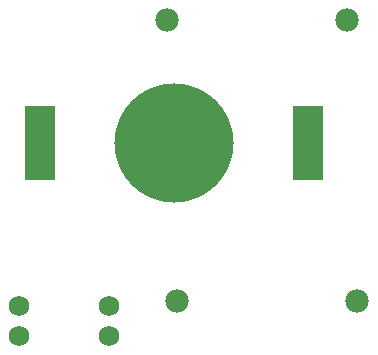
<source format=gts>
G04 Layer: TopSolderMaskLayer*
G04 EasyEDA v6.5.50, 2025-06-16 12:03:04*
G04 55e65c3ac0eb4ad98c6e674942cef6fe,3f078cb1506742e7acfa9f53f525b8a4,10*
G04 Gerber Generator version 0.2*
G04 Scale: 100 percent, Rotated: No, Reflected: No *
G04 Dimensions in millimeters *
G04 leading zeros omitted , absolute positions ,4 integer and 5 decimal *
%FSLAX45Y45*%
%MOMM*%

%AMMACRO1*4,1,8,-1.2209,-3.1001,-1.2501,-3.0706,-1.2501,3.0709,-1.2209,3.1001,1.2206,3.1001,1.2501,3.0709,1.2501,-3.0706,1.2206,-3.1001,-1.2209,-3.1001,0*%
%AMMACRO2*4,1,8,-1.2207,-3.1001,-1.2499,-3.0706,-1.2499,3.0709,-1.2207,3.1001,1.2205,3.1001,1.2499,3.0709,1.2499,-3.0706,1.2205,-3.1001,-1.2207,-3.1001,0*%
%ADD10C,1.7526*%
%ADD11C,1.9812*%
%ADD12MACRO1*%
%ADD13C,10.1000*%
%ADD14MACRO2*%
%ADD15C,0.0166*%

%LPD*%
D10*
G01*
X1430705Y2479497D03*
G01*
X1430705Y2225497D03*
G01*
X2192705Y2479497D03*
G01*
X2192705Y2225497D03*
D11*
G01*
X2679700Y4902200D03*
G01*
X4203700Y4902200D03*
G01*
X2768600Y2527300D03*
G01*
X4292600Y2527300D03*
D12*
G01*
X3878211Y3860800D03*
D13*
G01*
X2743200Y3860800D03*
D14*
G01*
X1608200Y3860800D03*
M02*

</source>
